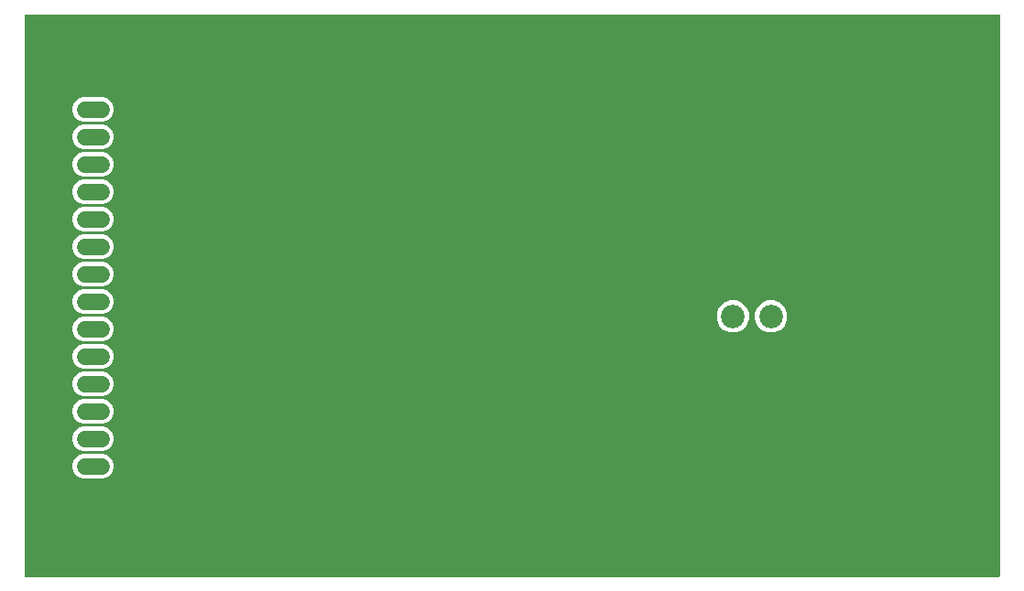
<source format=gbr>
G04 EAGLE Gerber RS-274X export*
G75*
%MOMM*%
%FSLAX34Y34*%
%LPD*%
%INBottom Copper*%
%IPPOS*%
%AMOC8*
5,1,8,0,0,1.08239X$1,22.5*%
G01*
G04 Define Apertures*
%ADD10C,2.184400*%
%ADD11C,1.524000*%
G36*
X1498135Y279460D02*
X1497838Y279400D01*
X597662Y279400D01*
X597387Y279451D01*
X597132Y279615D01*
X596960Y279865D01*
X596900Y280162D01*
X596900Y799338D01*
X596951Y799613D01*
X597115Y799868D01*
X597365Y800040D01*
X597662Y800100D01*
X1497838Y800100D01*
X1498113Y800049D01*
X1498368Y799885D01*
X1498540Y799635D01*
X1498600Y799338D01*
X1498600Y280162D01*
X1498549Y279887D01*
X1498385Y279632D01*
X1498135Y279460D01*
G37*
%LPC*%
G36*
X650456Y700405D02*
X670344Y700405D01*
X674638Y702184D01*
X677925Y705471D01*
X679704Y709765D01*
X679704Y714413D01*
X677925Y718707D01*
X674638Y721994D01*
X670344Y723773D01*
X650456Y723773D01*
X646162Y721994D01*
X642875Y718707D01*
X641096Y714413D01*
X641096Y709765D01*
X642875Y705471D01*
X646162Y702184D01*
X650456Y700405D01*
G37*
G36*
X650456Y675005D02*
X670344Y675005D01*
X674638Y676784D01*
X677925Y680071D01*
X679704Y684365D01*
X679704Y689013D01*
X677925Y693307D01*
X674638Y696594D01*
X670344Y698373D01*
X650456Y698373D01*
X646162Y696594D01*
X642875Y693307D01*
X641096Y689013D01*
X641096Y684365D01*
X642875Y680071D01*
X646162Y676784D01*
X650456Y675005D01*
G37*
G36*
X650456Y649605D02*
X670344Y649605D01*
X674638Y651384D01*
X677925Y654671D01*
X679704Y658965D01*
X679704Y663613D01*
X677925Y667907D01*
X674638Y671194D01*
X670344Y672973D01*
X650456Y672973D01*
X646162Y671194D01*
X642875Y667907D01*
X641096Y663613D01*
X641096Y658965D01*
X642875Y654671D01*
X646162Y651384D01*
X650456Y649605D01*
G37*
G36*
X650456Y624205D02*
X670344Y624205D01*
X674638Y625984D01*
X677925Y629271D01*
X679704Y633565D01*
X679704Y638213D01*
X677925Y642507D01*
X674638Y645794D01*
X670344Y647573D01*
X650456Y647573D01*
X646162Y645794D01*
X642875Y642507D01*
X641096Y638213D01*
X641096Y633565D01*
X642875Y629271D01*
X646162Y625984D01*
X650456Y624205D01*
G37*
G36*
X650456Y598805D02*
X670344Y598805D01*
X674638Y600584D01*
X677925Y603871D01*
X679704Y608165D01*
X679704Y612813D01*
X677925Y617107D01*
X674638Y620394D01*
X670344Y622173D01*
X650456Y622173D01*
X646162Y620394D01*
X642875Y617107D01*
X641096Y612813D01*
X641096Y608165D01*
X642875Y603871D01*
X646162Y600584D01*
X650456Y598805D01*
G37*
G36*
X650456Y573405D02*
X670344Y573405D01*
X674638Y575184D01*
X677925Y578471D01*
X679704Y582765D01*
X679704Y587413D01*
X677925Y591707D01*
X674638Y594994D01*
X670344Y596773D01*
X650456Y596773D01*
X646162Y594994D01*
X642875Y591707D01*
X641096Y587413D01*
X641096Y582765D01*
X642875Y578471D01*
X646162Y575184D01*
X650456Y573405D01*
G37*
G36*
X650456Y548005D02*
X670344Y548005D01*
X674638Y549784D01*
X677925Y553071D01*
X679704Y557365D01*
X679704Y562013D01*
X677925Y566307D01*
X674638Y569594D01*
X670344Y571373D01*
X650456Y571373D01*
X646162Y569594D01*
X642875Y566307D01*
X641096Y562013D01*
X641096Y557365D01*
X642875Y553071D01*
X646162Y549784D01*
X650456Y548005D01*
G37*
G36*
X650456Y522605D02*
X670344Y522605D01*
X674638Y524384D01*
X677925Y527671D01*
X679704Y531965D01*
X679704Y536613D01*
X677925Y540907D01*
X674638Y544194D01*
X670344Y545973D01*
X650456Y545973D01*
X646162Y544194D01*
X642875Y540907D01*
X641096Y536613D01*
X641096Y531965D01*
X642875Y527671D01*
X646162Y524384D01*
X650456Y522605D01*
G37*
G36*
X1284019Y505714D02*
X1289981Y505714D01*
X1295489Y507996D01*
X1299705Y512211D01*
X1301986Y517719D01*
X1301986Y523681D01*
X1299705Y529189D01*
X1295489Y533405D01*
X1289981Y535686D01*
X1284019Y535686D01*
X1278511Y533405D01*
X1274296Y529189D01*
X1272014Y523681D01*
X1272014Y517719D01*
X1274296Y512211D01*
X1278511Y507996D01*
X1284019Y505714D01*
G37*
G36*
X1249019Y505714D02*
X1254981Y505714D01*
X1260489Y507996D01*
X1264705Y512211D01*
X1266986Y517719D01*
X1266986Y523681D01*
X1264705Y529189D01*
X1260489Y533405D01*
X1254981Y535686D01*
X1249019Y535686D01*
X1243511Y533405D01*
X1239296Y529189D01*
X1237014Y523681D01*
X1237014Y517719D01*
X1239296Y512211D01*
X1243511Y507996D01*
X1249019Y505714D01*
G37*
G36*
X650456Y497205D02*
X670344Y497205D01*
X674638Y498984D01*
X677925Y502271D01*
X679704Y506565D01*
X679704Y511213D01*
X677925Y515507D01*
X674638Y518794D01*
X670344Y520573D01*
X650456Y520573D01*
X646162Y518794D01*
X642875Y515507D01*
X641096Y511213D01*
X641096Y506565D01*
X642875Y502271D01*
X646162Y498984D01*
X650456Y497205D01*
G37*
G36*
X650456Y471805D02*
X670344Y471805D01*
X674638Y473584D01*
X677925Y476871D01*
X679704Y481165D01*
X679704Y485813D01*
X677925Y490107D01*
X674638Y493394D01*
X670344Y495173D01*
X650456Y495173D01*
X646162Y493394D01*
X642875Y490107D01*
X641096Y485813D01*
X641096Y481165D01*
X642875Y476871D01*
X646162Y473584D01*
X650456Y471805D01*
G37*
G36*
X650456Y446405D02*
X670344Y446405D01*
X674638Y448184D01*
X677925Y451471D01*
X679704Y455765D01*
X679704Y460413D01*
X677925Y464707D01*
X674638Y467994D01*
X670344Y469773D01*
X650456Y469773D01*
X646162Y467994D01*
X642875Y464707D01*
X641096Y460413D01*
X641096Y455765D01*
X642875Y451471D01*
X646162Y448184D01*
X650456Y446405D01*
G37*
G36*
X650456Y421005D02*
X670344Y421005D01*
X674638Y422784D01*
X677925Y426071D01*
X679704Y430365D01*
X679704Y435013D01*
X677925Y439307D01*
X674638Y442594D01*
X670344Y444373D01*
X650456Y444373D01*
X646162Y442594D01*
X642875Y439307D01*
X641096Y435013D01*
X641096Y430365D01*
X642875Y426071D01*
X646162Y422784D01*
X650456Y421005D01*
G37*
G36*
X650456Y395605D02*
X670344Y395605D01*
X674638Y397384D01*
X677925Y400671D01*
X679704Y404965D01*
X679704Y409613D01*
X677925Y413907D01*
X674638Y417194D01*
X670344Y418973D01*
X650456Y418973D01*
X646162Y417194D01*
X642875Y413907D01*
X641096Y409613D01*
X641096Y404965D01*
X642875Y400671D01*
X646162Y397384D01*
X650456Y395605D01*
G37*
G36*
X650456Y370205D02*
X670344Y370205D01*
X674638Y371984D01*
X677925Y375271D01*
X679704Y379565D01*
X679704Y384213D01*
X677925Y388507D01*
X674638Y391794D01*
X670344Y393573D01*
X650456Y393573D01*
X646162Y391794D01*
X642875Y388507D01*
X641096Y384213D01*
X641096Y379565D01*
X642875Y375271D01*
X646162Y371984D01*
X650456Y370205D01*
G37*
%LPD*%
D10*
X1252000Y520700D03*
X1287000Y520700D03*
D11*
X668020Y712089D02*
X652780Y712089D01*
X652780Y686689D02*
X668020Y686689D01*
X668020Y661289D02*
X652780Y661289D01*
X652780Y635889D02*
X668020Y635889D01*
X668020Y610489D02*
X652780Y610489D01*
X652780Y585089D02*
X668020Y585089D01*
X668020Y559689D02*
X652780Y559689D01*
X652780Y534289D02*
X668020Y534289D01*
X668020Y508889D02*
X652780Y508889D01*
X652780Y483489D02*
X668020Y483489D01*
X668020Y458089D02*
X652780Y458089D01*
X652780Y432689D02*
X668020Y432689D01*
X668020Y407289D02*
X652780Y407289D01*
X652780Y381889D02*
X668020Y381889D01*
M02*

</source>
